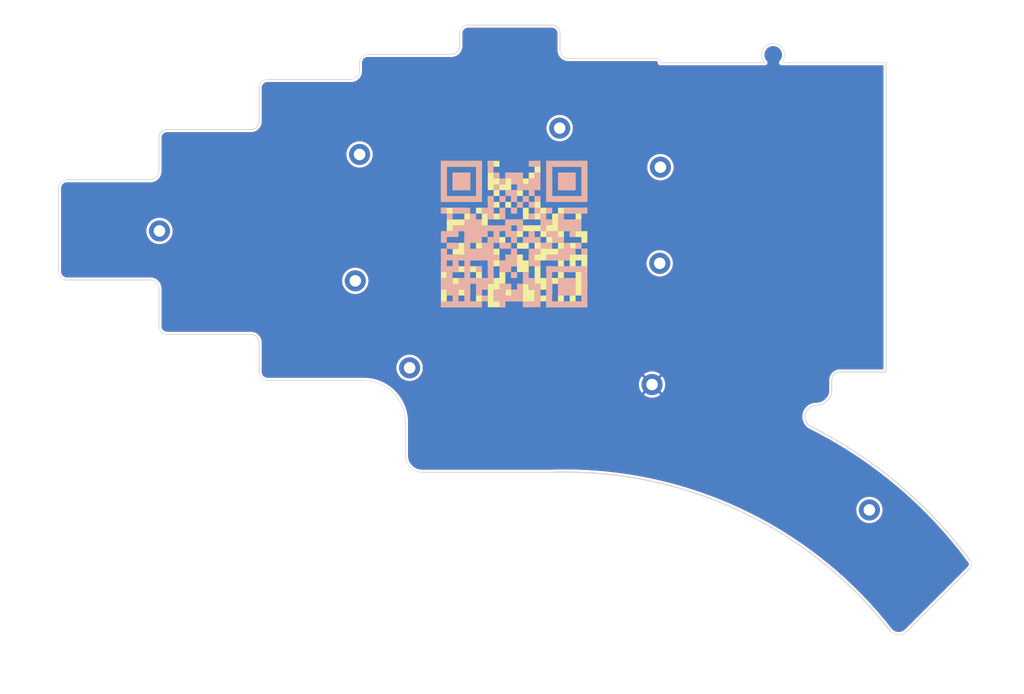
<source format=kicad_pcb>
(kicad_pcb (version 20211014) (generator pcbnew)
  (title_block (title "blaster") (rev "v1.0.0") (company "Unknown"))
  (layers (0 "F.Cu" signal) (31 "B.Cu" signal) (34 "B.Paste" user) (35 "F.Paste" user) (36 "B.SilkS" user "B.Silkscreen") (37 "F.SilkS" user "F.Silkscreen") (38 "B.Mask" user) (39 "F.Mask" user) (44 "Edge.Cuts" user))
  (net 0 "")
  (net 1 "GND")
  (footprint "" (layer "F.Cu") (at 207.09375 109.2625)
    (fp_text reference "" (at 0 0) (layer "F.SilkS") (effects (font (size 1.27 1.27))))
    (fp_text value "" (at 0 0) (layer "F.SilkS") (effects (font (size 1.27 1.27))))
    (pad " " thru_hole circle (at 0 0) (size 4 4) (drill 2.2) (layers *.Cu *.Mask))
  )
  (footprint "blaster_bottom:qr" (layer "F.Cu") (at 198.4375 129.38125)
    (fp_text reference " " (at 0.79375 18.25625) (layer "B.SilkS") (effects (font (size 1.524 1.524) (thickness 0.3)) (justify mirror)))
    (fp_text value "LOGO" hide)
    (fp_poly (pts (xy -8.339862 -0.555991) (xy -10.563825 -0.555991) (xy -10.563825 0.55599) (xy -11.675807 0.55599) (xy -11.675807 -0.555991) (xy -12.787788 -0.555991) (xy -12.787788 -2.779954) (xy -9.451844 -2.779954) (xy -9.451844 -3.891936) (xy -8.339862 -3.891936)) (layer "F.SilkS") (width 0) (fill solid))
    (fp_poly (pts (xy -5.003917 -0.555991) (xy -6.115899 -0.555991) (xy -6.115899 -1.667973) (xy -7.227881 -1.667973) (xy -7.227881 -2.779954) (xy -6.115899 -2.779954) (xy -6.115899 -3.891936) (xy -5.003917 -3.891936)) (layer "F.SilkS") (width 0) (fill solid))
    (fp_poly (pts (xy -2.779954 6.115898) (xy -5.003917 6.115898) (xy -5.003917 5.003917) (xy -3.891936 5.003917) (xy -3.891936 3.891935) (xy -5.003917 3.891935) (xy -5.003917 2.779954) (xy -2.779954 2.779954)) (layer "F.SilkS") (width 0) (fill solid))
    (fp_poly (pts (xy 13.899769 -3.891936) (xy 12.787788 -3.891936) (xy 12.787788 -5.003917) (xy 13.899769 -5.003917)) (layer "F.SilkS") (width 0) (fill solid))
    (fp_poly (pts (xy -6.115899 -3.891936) (xy -7.227881 -3.891936) (xy -7.227881 -5.003917) (xy -6.115899 -5.003917)) (layer "F.SilkS") (width 0) (fill solid))
    (fp_poly (pts (xy 3.891935 -8.339862) (xy 2.779954 -8.339862) (xy 2.779954 -9.451844) (xy 3.891935 -9.451844)) (layer "F.SilkS") (width 0) (fill solid))
    (fp_poly (pts (xy 13.899769 -6.115899) (xy 6.115898 -6.115899) (xy 6.115898 -7.227881) (xy 7.22788 -7.227881) (xy 12.787788 -7.227881) (xy 12.787788 -12.787788) (xy 7.22788 -12.787788) (xy 7.22788 -7.227881) (xy 6.115898 -7.227881) (xy 6.115898 -13.89977) (xy 13.899769 -13.89977)) (layer "F.SilkS") (width 0) (fill solid))
    (fp_poly (pts (xy 11.675806 -8.339862) (xy 8.339861 -8.339862) (xy 8.339861 -11.675807) (xy 11.675806 -11.675807)) (layer "F.SilkS") (width 0) (fill solid))
    (fp_poly (pts (xy 5.003917 -5.003917) (xy 6.115898 -5.003917) (xy 6.115898 -3.891936) (xy 5.003917 -3.891936) (xy 5.003917 -2.779954) (xy 3.891935 -2.779954) (xy 3.891935 -7.227881) (xy 5.003917 -7.227881)) (layer "F.SilkS") (width 0) (fill solid))
    (fp_poly (pts (xy 3.891935 -10.563825) (xy 2.779954 -10.563825) (xy 2.779954 -11.675807) (xy 3.891935 -11.675807)) (layer "F.SilkS") (width 0) (fill solid))
    (fp_poly (pts (xy -6.115899 0.55599) (xy -7.227881 0.55599) (xy -7.227881 1.667972) (xy -9.451844 1.667972) (xy -9.451844 0.55599) (xy -8.339862 0.55599) (xy -8.339862 -0.555991) (xy -6.115899 -0.555991)) (layer "F.SilkS") (width 0) (fill solid))
    (fp_poly (pts (xy -9.451844 -3.891936) (xy -13.89977 -3.891936) (xy -13.89977 -5.003917) (xy -9.451844 -5.003917)) (layer "F.SilkS") (width 0) (fill solid))
    (fp_poly (pts (xy 0.55599 -3.891936) (xy -0.555991 -3.891936) (xy -0.555991 -5.003917) (xy 0.55599 -5.003917)) (layer "F.SilkS") (width 0) (fill solid))
    (fp_poly (pts (xy -8.339862 -8.339862) (xy -11.675807 -8.339862) (xy -11.675807 -11.675807) (xy -8.339862 -11.675807)) (layer "F.SilkS") (width 0) (fill solid))
    (fp_poly (pts (xy 1.667972 -8.339862) (xy 1.667972 -7.227881) (xy 0.55599 -7.227881) (xy 0.55599 -6.115899) (xy -0.555991 -6.115899) (xy -0.555991 -5.003917) (xy -1.667973 -5.003917) (xy -1.667973 -6.115899) (xy -2.779954 -6.115899) (xy -2.779954 -5.003917) (xy -3.891936 -5.003917) (xy -3.891936 -6.115899) (xy -2.779954 -6.115899) (xy -2.779954 -7.227881) (xy -1.667973 -7.227881) (xy -1.667973 -6.115899) (xy -0.555991 -6.115899) (xy -0.555991 -8.339862) (xy -2.779954 -8.339862) (xy -2.779954 -7.227881) (xy -3.891936 -7.227881) (xy -3.891936 -6.115899) (xy -5.003917 -6.115899) (xy -5.003917 -7.227881) (xy -3.891936 -7.227881) (xy -3.891936 -8.339862) (xy -5.003917 -8.339862) (xy -5.003917 -11.675807) (xy -3.891936 -11.675807) (xy -3.891936 -10.563825) (xy -2.779954 -10.563825) (xy -2.779954 -9.451844) (xy -1.667973 -9.451844) (xy -1.667973 -11.675807) (xy 1.667972 -11.675807) (xy 1.667972 -10.563825) (xy 0.55599 -10.563825) (xy 0.55599 -9.451844) (xy -0.555991 -9.451844) (xy -0.555991 -8.339862)) (layer "F.SilkS") (width 0) (fill solid))
    (fp_poly (pts (xy -3.891936 -3.891936) (xy -5.003917 -3.891936) (xy -5.003917 -5.003917) (xy -3.891936 -5.003917)) (layer "F.SilkS") (width 0) (fill solid))
    (fp_poly (pts (xy 11.675806 -3.891936) (xy 8.339861 -3.891936) (xy 8.339861 -5.003917) (xy 11.675806 -5.003917)) (layer "F.SilkS") (width 0) (fill solid))
    (fp_poly (pts (xy -2.779954 -12.787788) (xy -5.003917 -12.787788) (xy -5.003917 -13.89977) (xy -2.779954 -13.89977)) (layer "F.SilkS") (width 0) (fill solid))
    (fp_poly (pts (xy -9.451844 2.779954) (xy -8.339862 2.779954) (xy -8.339862 3.891935) (xy -6.115899 3.891935) (xy -6.115899 5.003917) (xy -10.563825 5.003917) (xy -10.563825 3.891935) (xy -11.675807 3.891935) (xy -11.675807 2.779954) (xy -10.563825 2.779954) (xy -10.563825 1.667972) (xy -9.451844 1.667972)) (layer "F.SilkS") (width 0) (fill solid))
    (fp_poly (pts (xy 0.55599 8.339861) (xy -0.555991 8.339861) (xy -0.555991 7.22788) (xy 0.55599 7.22788)) (layer "F.SilkS") (width 0) (fill solid))
    (fp_poly (pts (xy 8.339861 -2.779954) (xy 9.451843 -2.779954) (xy 9.451843 -1.667973) (xy 11.675806 -1.667973) (xy 11.675806 -0.555991) (xy 13.899769 -0.555991) (xy 13.899769 1.667972) (xy 12.787788 1.667972) (xy 12.787788 2.779954) (xy 13.899769 2.779954) (xy 13.899769 7.22788) (xy 12.787788 7.22788) (xy 12.787788 8.339861) (xy 13.899769 8.339861) (xy 13.899769 10.563825) (xy 12.787788 10.563825) (xy 12.787788 11.675806) (xy 11.675806 11.675806) (xy 11.675806 12.787788) (xy 13.899769 12.787788) (xy 13.899769 13.899769) (xy 6.115898 13.899769) (xy 6.115898 12.787788) (xy 8.339861 12.787788) (xy 9.451843 12.787788) (xy 10.563825 12.787788) (xy 10.563825 10.563825) (xy 9.451843 10.563825) (xy 9.451843 12.787788) (xy 8.339861 12.787788) (xy 8.339861 9.451843) (xy 7.22788 9.451843) (xy 7.22788 11.675806) (xy 6.115898 11.675806) (xy 6.115898 12.787788) (xy 5.003917 12.787788) (xy 5.003917 11.675806) (xy 6.115898 11.675806) (xy 6.115898 10.563825) (xy 5.003917 10.563825) (xy 5.003917 9.451843) (xy 3.891935 9.451843) (xy 3.891935 8.339861) (xy 5.003917 8.339861) (xy 8.339861 8.339861) (xy 9.451843 8.339861) (xy 10.563825 8.339861) (xy 10.563825 9.451843) (xy 11.675806 9.451843) (xy 11.675806 7.22788) (xy 10.563825 7.22788) (xy 10.563825 6.115898) (xy 11.675806 6.115898) (xy 12.787788 6.115898) (xy 12.787788 5.003917) (xy 11.675806 5.003917) (xy 11.675806 6.115898) (xy 10.563825 6.115898) (xy 10.563825 5.003917) (xy 9.451843 5.003917) (xy 9.451843 8.339861) (xy 8.339861 8.339861) (xy 8.339861 5.003917) (xy 5.003917 5.003917) (xy 5.003917 8.339861) (xy 3.891935 8.339861) (xy 3.891935 5.003917) (xy 2.779954 5.003917) (xy 2.779954 7.22788) (xy 0.55599 7.22788) (xy 0.55599 6.115898) (xy -0.555991 6.115898) (xy -0.555991 3.891935) (xy 0.55599 3.891935) (xy 1.667972 3.891935) (xy 1.667972 5.003917) (xy 2.779954 5.003917) (xy 2.779954 3.891935) (xy 3.891935 3.891935) (xy 9.451843 3.891935) (xy 12.787788 3.891935) (xy 12.787788 2.779954) (xy 10.563825 2.779954) (xy 10.563825 1.667972) (xy 12.787788 1.667972) (xy 12.787788 0.55599) (xy 10.563825 0.55599) (xy 10.563825 -0.555991) (xy 9.451843 -0.555991) (xy 9.451843 3.891935) (xy 3.891935 3.891935) (xy 3.891935 2.779954) (xy 6.115898 2.779954) (xy 8.339861 2.779954) (xy 8.339861 1.667972) (xy 6.115898 1.667972) (xy 6.115898 2.779954) (xy 3.891935 2.779954) (xy 3.891935 1.667972) (xy 5.003917 1.667972) (xy 6.115898 1.667972) (xy 6.115898 0.55599) (xy 5.003917 0.55599) (xy 5.003917 1.667972) (xy 3.891935 1.667972) (xy 2.779954 1.667972) (xy 2.779954 2.779954) (xy 0.55599 2.779954) (xy 0.55599 3.891935) (xy -0.555991 3.891935) (xy -0.555991 2.779954) (xy 0.55599 2.779954) (xy 0.55599 1.667972) (xy 2.779954 1.667972) (xy 2.779954 0.55599) (xy 3.891935 0.55599) (xy 5.003917 0.55599) (xy 5.003917 -0.555991) (xy 3.891935 -0.555991) (xy 3.891935 0.55599) (xy 2.779954 0.55599) (xy 2.779954 -0.555991) (xy 1.667972 -0.555991) (xy 1.667972 0.55599) (xy 0.55599 0.55599) (xy 0.55599 1.667972) (xy -0.555991 1.667972) (xy -0.555991 -0.555991) (xy 0.55599 -0.555991) (xy 0.55599 -1.667973) (xy -0.555991 -1.667973) (xy -0.555991 -0.555991) (xy -1.667973 -0.555991) (xy -1.667973 -2.779954) (xy 1.667972 -2.779954) (xy 1.667972 -1.667973) (xy 6.115898 -1.667973) (xy 6.115898 -2.779954) (xy 7.22788 -2.779954) (xy 7.22788 -3.891936) (xy 8.339861 -3.891936)) (layer "F.SilkS") (width 0) (fill solid))
    (fp_poly (pts (xy -12.787788 3.891935) (xy -13.89977 3.891935) (xy -13.89977 2.779954) (xy -12.787788 2.779954)) (layer "F.SilkS") (width 0) (fill solid))
    (fp_poly (pts (xy -6.115899 -6.115899) (xy -13.89977 -6.115899) (xy -13.89977 -7.227881) (xy -12.787788 -7.227881) (xy -7.227881 -7.227881) (xy -7.227881 -12.787788) (xy -12.787788 -12.787788) (xy -12.787788 -7.227881) (xy -13.89977 -7.227881) (xy -13.89977 -13.89977) (xy -6.115899 -13.89977)) (layer "F.SilkS") (width 0) (fill solid))
    (fp_poly (pts (xy -2.779954 -2.779954) (xy -3.891936 -2.779954) (xy -3.891936 -3.891936) (xy -2.779954 -3.891936)) (layer "F.SilkS") (width 0) (fill solid))
    (fp_poly (pts (xy 5.003917 -11.675807) (xy 3.891935 -11.675807) (xy 3.891935 -13.89977) (xy 5.003917 -13.89977)) (layer "F.SilkS") (width 0) (fill solid))
    (fp_poly (pts (xy 2.779954 -2.779954) (xy 1.667972 -2.779954) (xy 1.667972 -5.003917) (xy 2.779954 -5.003917)) (layer "F.SilkS") (width 0) (fill solid))
    (fp_poly (pts (xy 7.22788 7.22788) (xy 6.115898 7.22788) (xy 6.115898 6.115898) (xy 7.22788 6.115898)) (layer "F.SilkS") (width 0) (fill solid))
    (fp_poly (pts (xy -2.779954 0.55599) (xy -1.667973 0.55599) (xy -1.667973 1.667972) (xy -5.003917 1.667972) (xy -5.003917 0.55599) (xy -3.891936 0.55599) (xy -3.891936 -0.555991) (xy -2.779954 -0.555991)) (layer "F.SilkS") (width 0) (fill solid))
    (fp_poly (pts (xy -5.003917 2.779954) (xy -7.227881 2.779954) (xy -7.227881 1.667972) (xy -5.003917 1.667972)) (layer "F.SilkS") (width 0) (fill solid))
    (fp_poly (pts (xy 12.787788 -2.779954) (xy 11.675806 -2.779954) (xy 11.675806 -3.891936) (xy 12.787788 -3.891936)) (layer "F.SilkS") (width 0) (fill solid))
    (fp_poly (pts (xy -6.115899 13.899769) (xy -13.89977 13.899769) (xy -13.89977 12.787788) (xy -12.787788 12.787788) (xy -7.227881 12.787788) (xy -7.227881 7.22788) (xy -12.787788 7.22788) (xy -12.787788 12.787788) (xy -13.89977 12.787788) (xy -13.89977 6.115898) (xy -6.115899 6.115898)) (layer "F.SilkS") (width 0) (fill solid))
    (fp_poly (pts (xy -0.555991 9.451843) (xy -0.555991 10.563825) (xy 0.55599 10.563825) (xy 0.55599 9.451843) (xy 2.779954 9.451843) (xy 2.779954 10.563825) (xy 3.891935 10.563825) (xy 3.891935 12.787788) (xy 2.779954 12.787788) (xy 2.779954 13.899769) (xy 1.667972 13.899769) (xy 1.667972 12.787788) (xy -1.667973 12.787788) (xy -1.667973 13.899769) (xy -5.003917 13.899769) (xy -5.003917 12.787788) (xy -3.891936 12.787788) (xy -1.667973 12.787788) (xy -1.667973 11.675806) (xy 0.55599 11.675806) (xy 1.667972 11.675806) (xy 1.667972 10.563825) (xy 0.55599 10.563825) (xy 0.55599 11.675806) (xy -1.667973 11.675806) (xy -1.667973 9.451843) (xy -2.779954 9.451843) (xy -2.779954 10.563825) (xy -3.891936 10.563825) (xy -3.891936 12.787788) (xy -5.003917 12.787788) (xy -5.003917 9.451843) (xy -3.891936 9.451843) (xy -3.891936 8.339861) (xy -2.779954 8.339861) (xy -2.779954 7.22788) (xy -1.667973 7.22788) (xy -1.667973 9.451843)) (layer "F.SilkS") (width 0) (fill solid))
    (fp_poly (pts (xy -11.675807 2.779954) (xy -12.787788 2.779954) (xy -12.787788 1.667972) (xy -11.675807 1.667972)) (layer "F.SilkS") (width 0) (fill solid))
    (fp_poly (pts (xy -8.339862 11.675806) (xy -11.675807 11.675806) (xy -11.675807 8.339861) (xy -8.339862 8.339861)) (layer "F.SilkS") (width 0) (fill solid))
    (fp_poly (pts (xy 2.779954 -6.115899) (xy 1.667972 -6.115899) (xy 1.667972 -7.227881) (xy 2.779954 -7.227881)) (layer "F.SilkS") (width 0) (fill solid))
    (fp_poly (pts (xy 2.779954 -9.451844) (xy 1.667972 -9.451844) (xy 1.667972 -10.563825) (xy 2.779954 -10.563825)) (layer "F.SilkS") (width 0) (fill solid))
  )
  (footprint "" (layer "F.Cu") (at 169.09375 114.2625)
    (fp_text reference "" (at 0 0) (layer "F.SilkS") (effects (font (size 1.27 1.27))))
    (fp_text value "" (at 0 0) (layer "F.SilkS") (effects (font (size 1.27 1.27))))
    (pad " " thru_hole circle (at 0 0) (size 4 4) (drill 2.2) (layers *.Cu *.Mask))
  )
  (footprint "" (layer "F.Cu") (at 265.90625 181.76875)
    (fp_text reference "" (at 0 0) (layer "F.SilkS") (effects (font (size 1.27 1.27))))
    (fp_text value "" (at 0 0) (layer "F.SilkS") (effects (font (size 1.27 1.27))))
    (pad " " thru_hole circle (at 0 0) (size 4 4) (drill 2.2) (layers *.Cu *.Mask))
  )
  (footprint "" (layer "F.Cu") (at 131.09375 128.7875)
    (fp_text reference "" (at 0 0) (layer "F.SilkS") (effects (font (size 1.27 1.27))))
    (fp_text value "" (at 0 0) (layer "F.SilkS") (effects (font (size 1.27 1.27))))
    (pad " " thru_hole circle (at 0 0) (size 4 4) (drill 2.2) (layers *.Cu *.Mask))
  )
  (footprint "" (layer "F.Cu") (at 226.21875 116.68125)
    (fp_text reference "" (at 0 0) (layer "F.SilkS") (effects (font (size 1.27 1.27))))
    (fp_text value "" (at 0 0) (layer "F.SilkS") (effects (font (size 1.27 1.27))))
    (pad " " thru_hole circle (at 0 0) (size 4 4) (drill 2.2) (layers *.Cu *.Mask))
  )
  (footprint "" (layer "F.Cu") (at 178.59375 154.78125)
    (fp_text reference "" (at 0 0) (layer "F.SilkS") (effects (font (size 1.27 1.27))))
    (fp_text value "" (at 0 0) (layer "F.SilkS") (effects (font (size 1.27 1.27))))
    (pad " " thru_hole circle (at 0 0) (size 4 4) (drill 2.2) (layers *.Cu *.Mask))
  )
  (footprint "" (layer "F.Cu") (at 224.63125 157.95625)
    (fp_text reference "" (at 0 0) (layer "F.SilkS") (effects (font (size 1.27 1.27))))
    (fp_text value "" (at 0 0) (layer "F.SilkS") (effects (font (size 1.27 1.27))))
    (pad " " thru_hole circle (at 0 0) (size 4 4) (drill 2.2) (layers *.Cu *.Mask) (net 1 "GND"))
  )
  (footprint "" (layer "F.Cu") (at 168.275 138.2625)
    (fp_text reference "" (at 0 0) (layer "F.SilkS") (effects (font (size 1.27 1.27))))
    (fp_text value "" (at 0 0) (layer "F.SilkS") (effects (font (size 1.27 1.27))))
    (pad " " thru_hole circle (at 0 0) (size 4 4) (drill 2.2) (layers *.Cu *.Mask))
  )
  (footprint "" (layer "F.Cu") (at 226.09375 134.9375)
    (fp_text reference "" (at 0 0) (layer "F.SilkS") (effects (font (size 1.27 1.27))))
    (fp_text value "" (at 0 0) (layer "F.SilkS") (effects (font (size 1.27 1.27))))
    (pad " " thru_hole circle (at 0 0) (size 4 4) (drill 2.2) (layers *.Cu *.Mask))
  )
  (footprint "blaster_bottom:qr" (layer "B.Cu") (at 198.4375 129.38125 180)
    (fp_text reference " " (at 0.79375 -18.25625) (layer "F.SilkS") (effects (font (size 1.524 1.524) (thickness 0.3))))
    (fp_text value "LOGO" hide)
    (fp_poly (pts (xy -3.891936 3.891936) (xy -5.003917 3.891936) (xy -5.003917 5.003917) (xy -3.891936 5.003917)) (layer "B.SilkS") (width 0) (fill solid))
    (fp_poly (pts (xy -6.115899 -13.899769) (xy -13.89977 -13.899769) (xy -13.89977 -12.787788) (xy -12.787788 -12.787788) (xy -7.227881 -12.787788) (xy -7.227881 -7.22788) (xy -12.787788 -7.22788) (xy -12.787788 -12.787788) (xy -13.89977 -12.787788) (xy -13.89977 -6.115898) (xy -6.115899 -6.115898)) (layer "B.SilkS") (width 0) (fill solid))
    (fp_poly (pts (xy 0.55599 -8.339861) (xy -0.555991 -8.339861) (xy -0.555991 -7.22788) (xy 0.55599 -7.22788)) (layer "B.SilkS") (width 0) (fill solid))
    (fp_poly (pts (xy -8.339862 8.339862) (xy -11.675807 8.339862) (xy -11.675807 11.675807) (xy -8.339862 11.675807)) (layer "B.SilkS") (width 0) (fill solid))
    (fp_poly (pts (xy -8.339862 0.555991) (xy -10.563825 0.555991) (xy -10.563825 -0.55599) (xy -11.675807 -0.55599) (xy -11.675807 0.555991) (xy -12.787788 0.555991) (xy -12.787788 2.779954) (xy -9.451844 2.779954) (xy -9.451844 3.891936) (xy -8.339862 3.891936)) (layer "B.SilkS") (width 0) (fill solid))
    (fp_poly (pts (xy 2.779954 6.115899) (xy 1.667972 6.115899) (xy 1.667972 7.227881) (xy 2.779954 7.227881)) (layer "B.SilkS") (width 0) (fill solid))
    (fp_poly (pts (xy -5.003917 0.555991) (xy -6.115899 0.555991) (xy -6.115899 1.667973) (xy -7.227881 1.667973) (xy -7.227881 2.779954) (xy -6.115899 2.779954) (xy -6.115899 3.891936) (xy -5.003917 3.891936)) (layer "B.SilkS") (width 0) (fill solid))
    (fp_poly (pts (xy -8.339862 -11.675806) (xy -11.675807 -11.675806) (xy -11.675807 -8.339861) (xy -8.339862 -8.339861)) (layer "B.SilkS") (width 0) (fill solid))
    (fp_poly (pts (xy 8.339861 2.779954) (xy 9.451843 2.779954) (xy 9.451843 1.667973) (xy 11.675806 1.667973) (xy 11.675806 0.555991) (xy 13.899769 0.555991) (xy 13.899769 -1.667972) (xy 12.787788 -1.667972) (xy 12.787788 -2.779954) (xy 13.899769 -2.779954) (xy 13.899769 -7.22788) (xy 12.787788 -7.22788) (xy 12.787788 -8.339861) (xy 13.899769 -8.339861) (xy 13.899769 -10.563825) (xy 12.787788 -10.563825) (xy 12.787788 -11.675806) (xy 11.675806 -11.675806) (xy 11.675806 -12.787788) (xy 13.899769 -12.787788) (xy 13.899769 -13.899769) (xy 6.115898 -13.899769) (xy 6.115898 -12.787788) (xy 8.339861 -12.787788) (xy 9.451843 -12.787788) (xy 10.563825 -12.787788) (xy 10.563825 -10.563825) (xy 9.451843 -10.563825) (xy 9.451843 -12.787788) (xy 8.339861 -12.787788) (xy 8.339861 -9.451843) (xy 7.22788 -9.451843) (xy 7.22788 -11.675806) (xy 6.115898 -11.675806) (xy 6.115898 -12.787788) (xy 5.003917 -12.787788) (xy 5.003917 -11.675806) (xy 6.115898 -11.675806) (xy 6.115898 -10.563825) (xy 5.003917 -10.563825) (xy 5.003917 -9.451843) (xy 3.891935 -9.451843) (xy 3.891935 -8.339861) (xy 5.003917 -8.339861) (xy 8.339861 -8.339861) (xy 9.451843 -8.339861) (xy 10.563825 -8.339861) (xy 10.563825 -9.451843) (xy 11.675806 -9.451843) (xy 11.675806 -7.22788) (xy 10.563825 -7.22788) (xy 10.563825 -6.115898) (xy 11.675806 -6.115898) (xy 12.787788 -6.115898) (xy 12.787788 -5.003917) (xy 11.675806 -5.003917) (xy 11.675806 -6.115898) (xy 10.563825 -6.115898) (xy 10.563825 -5.003917) (xy 9.451843 -5.003917) (xy 9.451843 -8.339861) (xy 8.339861 -8.339861) (xy 8.339861 -5.003917) (xy 5.003917 -5.003917) (xy 5.003917 -8.339861) (xy 3.891935 -8.339861) (xy 3.891935 -5.003917) (xy 2.779954 -5.003917) (xy 2.779954 -7.22788) (xy 0.55599 -7.22788) (xy 0.55599 -6.115898) (xy -0.555991 -6.115898) (xy -0.555991 -3.891935) (xy 0.55599 -3.891935) (xy 1.667972 -3.891935) (xy 1.667972 -5.003917) (xy 2.779954 -5.003917) (xy 2.779954 -3.891935) (xy 3.891935 -3.891935) (xy 9.451843 -3.891935) (xy 12.787788 -3.891935) (xy 12.787788 -2.779954) (xy 10.563825 -2.779954) (xy 10.563825 -1.667972) (xy 12.787788 -1.667972) (xy 12.787788 -0.55599) (xy 10.563825 -0.55599) (xy 10.563825 0.555991) (xy 9.451843 0.555991) (xy 9.451843 -3.891935) (xy 3.891935 -3.891935) (xy 3.891935 -2.779954) (xy 6.115898 -2.779954) (xy 8.339861 -2.779954) (xy 8.339861 -1.667972) (xy 6.115898 -1.667972) (xy 6.115898 -2.779954) (xy 3.891935 -2.779954) (xy 3.891935 -1.667972) (xy 5.003917 -1.667972) (xy 6.115898 -1.667972) (xy 6.115898 -0.55599) (xy 5.003917 -0.55599) (xy 5.003917 -1.667972) (xy 3.891935 -1.667972) (xy 2.779954 -1.667972) (xy 2.779954 -2.779954) (xy 0.55599 -2.779954) (xy 0.55599 -3.891935) (xy -0.555991 -3.891935) (xy -0.555991 -2.779954) (xy 0.55599 -2.779954) (xy 0.55599 -1.667972) (xy 2.779954 -1.667972) (xy 2.779954 -0.55599) (xy 3.891935 -0.55599) (xy 5.003917 -0.55599) (xy 5.003917 0.555991) (xy 3.891935 0.555991) (xy 3.891935 -0.55599) (xy 2.779954 -0.55599) (xy 2.779954 0.555991) (xy 1.667972 0.555991) (xy 1.667972 -0.55599) (xy 0.55599 -0.55599) (xy 0.55599 -1.667972) (xy -0.555991 -1.667972) (xy -0.555991 0.555991) (xy 0.55599 0.555991) (xy 0.55599 1.667973) (xy -0.555991 1.667973) (xy -0.555991 0.555991) (xy -1.667973 0.555991) (xy -1.667973 2.779954) (xy 1.667972 2.779954) (xy 1.667972 1.667973) (xy 6.115898 1.667973) (xy 6.115898 2.779954) (xy 7.22788 2.779954) (xy 7.22788 3.891936) (xy 8.339861 3.891936)) (layer "B.SilkS") (width 0) (fill solid))
    (fp_poly (pts (xy -2.779954 12.787788) (xy -5.003917 12.787788) (xy -5.003917 13.89977) (xy -2.779954 13.89977)) (layer "B.SilkS") (width 0) (fill solid))
    (fp_poly (pts (xy 13.899769 6.115899) (xy 6.115898 6.115899) (xy 6.115898 7.227881) (xy 7.22788 7.227881) (xy 12.787788 7.227881) (xy 12.787788 12.787788) (xy 7.22788 12.787788) (xy 7.22788 7.227881) (xy 6.115898 7.227881) (xy 6.115898 13.89977) (xy 13.899769 13.89977)) (layer "B.SilkS") (width 0) (fill solid))
    (fp_poly (pts (xy 3.891935 8.339862) (xy 2.779954 8.339862) (xy 2.779954 9.451844) (xy 3.891935 9.451844)) (layer "B.SilkS") (width 0) (fill solid))
    (fp_poly (pts (xy 3.891935 10.563825) (xy 2.779954 10.563825) (xy 2.779954 11.675807) (xy 3.891935 11.675807)) (layer "B.SilkS") (width 0) (fill solid))
    (fp_poly (pts (xy 11.675806 8.339862) (xy 8.339861 8.339862) (xy 8.339861 11.675807) (xy 11.675806 11.675807)) (layer "B.SilkS") (width 0) (fill solid))
    (fp_poly (pts (xy 7.22788 -7.22788) (xy 6.115898 -7.22788) (xy 6.115898 -6.115898) (xy 7.22788 -6.115898)) (layer "B.SilkS") (width 0) (fill solid))
    (fp_poly (pts (xy 5.003917 11.675807) (xy 3.891935 11.675807) (xy 3.891935 13.89977) (xy 5.003917 13.89977)) (layer "B.SilkS") (width 0) (fill solid))
    (fp_poly (pts (xy 0.55599 3.891936) (xy -0.555991 3.891936) (xy -0.555991 5.003917) (xy 0.55599 5.003917)) (layer "B.SilkS") (width 0) (fill solid))
    (fp_poly (pts (xy -9.451844 -2.779954) (xy -8.339862 -2.779954) (xy -8.339862 -3.891935) (xy -6.115899 -3.891935) (xy -6.115899 -5.003917) (xy -10.563825 -5.003917) (xy -10.563825 -3.891935) (xy -11.675807 -3.891935) (xy -11.675807 -2.779954) (xy -10.563825 -2.779954) (xy -10.563825 -1.667972) (xy -9.451844 -1.667972)) (layer "B.SilkS") (width 0) (fill solid))
    (fp_poly (pts (xy -5.003917 -2.779954) (xy -7.227881 -2.779954) (xy -7.227881 -1.667972) (xy -5.003917 -1.667972)) (layer "B.SilkS") (width 0) (fill solid))
    (fp_poly (pts (xy 5.003917 5.003917) (xy 6.115898 5.003917) (xy 6.115898 3.891936) (xy 5.003917 3.891936) (xy 5.003917 2.779954) (xy 3.891935 2.779954) (xy 3.891935 7.227881) (xy 5.003917 7.227881)) (layer "B.SilkS") (width 0) (fill solid))
    (fp_poly (pts (xy 2.779954 9.451844) (xy 1.667972 9.451844) (xy 1.667972 10.563825) (xy 2.779954 10.563825)) (layer "B.SilkS") (width 0) (fill solid))
    (fp_poly (pts (xy -6.115899 -0.55599) (xy -7.227881 -0.55599) (xy -7.227881 -1.667972) (xy -9.451844 -1.667972) (xy -9.451844 -0.55599) (xy -8.339862 -0.55599) (xy -8.339862 0.555991) (xy -6.115899 0.555991)) (layer "B.SilkS") (width 0) (fill solid))
    (fp_poly (pts (xy 2.779954 2.779954) (xy 1.667972 2.779954) (xy 1.667972 5.003917) (xy 2.779954 5.003917)) (layer "B.SilkS") (width 0) (fill solid))
    (fp_poly (pts (xy 1.667972 8.339862) (xy 1.667972 7.227881) (xy 0.55599 7.227881) (xy 0.55599 6.115899) (xy -0.555991 6.115899) (xy -0.555991 5.003917) (xy -1.667973 5.003917) (xy -1.667973 6.115899) (xy -2.779954 6.115899) (xy -2.779954 5.003917) (xy -3.891936 5.003917) (xy -3.891936 6.115899) (xy -2.779954 6.115899) (xy -2.779954 7.227881) (xy -1.667973 7.227881) (xy -1.667973 6.115899) (xy -0.555991 6.115899) (xy -0.555991 8.339862) (xy -2.779954 8.339862) (xy -2.779954 7.227881) (xy -3.891936 7.227881) (xy -3.891936 6.115899) (xy -5.003917 6.115899) (xy -5.003917 7.227881) (xy -3.891936 7.227881) (xy -3.891936 8.339862) (xy -5.003917 8.339862) (xy -5.003917 11.675807) (xy -3.891936 11.675807) (xy -3.891936 10.563825) (xy -2.779954 10.563825) (xy -2.779954 9.451844) (xy -1.667973 9.451844) (xy -1.667973 11.675807) (xy 1.667972 11.675807) (xy 1.667972 10.563825) (xy 0.55599 10.563825) (xy 0.55599 9.451844) (xy -0.555991 9.451844) (xy -0.555991 8.339862)) (layer "B.SilkS") (width 0) (fill solid))
    (fp_poly (pts (xy -2.779954 2.779954) (xy -3.891936 2.779954) (xy -3.891936 3.891936) (xy -2.779954 3.891936)) (layer "B.SilkS") (width 0) (fill solid))
    (fp_poly (pts (xy -9.451844 3.891936) (xy -13.89977 3.891936) (xy -13.89977 5.003917) (xy -9.451844 5.003917)) (layer "B.SilkS") (width 0) (fill solid))
    (fp_poly (pts (xy -2.779954 -6.115898) (xy -5.003917 -6.115898) (xy -5.003917 -5.003917) (xy -3.891936 -5.003917) (xy -3.891936 -3.891935) (xy -5.003917 -3.891935) (xy -5.003917 -2.779954) (xy -2.779954 -2.779954)) (layer "B.SilkS") (width 0) (fill solid))
    (fp_poly (pts (xy 13.899769 3.891936) (xy 12.787788 3.891936) (xy 12.787788 5.003917) (xy 13.899769 5.003917)) (layer "B.SilkS") (width 0) (fill solid))
    (fp_poly (pts (xy -6.115899 6.115899) (xy -13.89977 6.115899) (xy -13.89977 7.227881) (xy -12.787788 7.227881) (xy -7.227881 7.227881) (xy -7.227881 12.787788) (xy -12.787788 12.787788) (xy -12.787788 7.227881) (xy -13.89977 7.227881) (xy -13.89977 13.89977) (xy -6.115899 13.89977)) (layer "B.SilkS") (width 0) (fill solid))
    (fp_poly (pts (xy -11.675807 -2.779954) (xy -12.787788 -2.779954) (xy -12.787788 -1.667972) (xy -11.675807 -1.667972)) (layer "B.SilkS") (width 0) (fill solid))
    (fp_poly (pts (xy -0.555991 -9.451843) (xy -0.555991 -10.563825) (xy 0.55599 -10.563825) (xy 0.55599 -9.451843) (xy 2.779954 -9.451843) (xy 2.779954 -10.563825) (xy 3.891935 -10.563825) (xy 3.891935 -12.787788) (xy 2.779954 -12.787788) (xy 2.779954 -13.899769) (xy 1.667972 -13.899769) (xy 1.667972 -12.787788) (xy -1.667973 -12.787788) (xy -1.667973 -13.899769) (xy -5.003917 -13.899769) (xy -5.003917 -12.787788) (xy -3.891936 -12.787788) (xy -1.667973 -12.787788) (xy -1.667973 -11.675806) (xy 0.55599 -11.675806) (xy 1.667972 -11.675806) (xy 1.667972 -10.563825) (xy 0.55599 -10.563825) (xy 0.55599 -11.675806) (xy -1.667973 -11.675806) (xy -1.667973 -9.451843) (xy -2.779954 -9.451843) (xy -2.779954 -10.563825) (xy -3.891936 -10.563825) (xy -3.891936 -12.787788) (xy -5.003917 -12.787788) (xy -5.003917 -9.451843) (xy -3.891936 -9.451843) (xy -3.891936 -8.339861) (xy -2.779954 -8.339861) (xy -2.779954 -7.22788) (xy -1.667973 -7.22788) (xy -1.667973 -9.451843)) (layer "B.SilkS") (width 0) (fill solid))
    (fp_poly (pts (xy -12.787788 -3.891935) (xy -13.89977 -3.891935) (xy -13.89977 -2.779954) (xy -12.787788 -2.779954)) (layer "B.SilkS") (width 0) (fill solid))
    (fp_poly (pts (xy -6.115899 3.891936) (xy -7.227881 3.891936) (xy -7.227881 5.003917) (xy -6.115899 5.003917)) (layer "B.SilkS") (width 0) (fill solid))
    (fp_poly (pts (xy 12.787788 2.779954) (xy 11.675806 2.779954) (xy 11.675806 3.891936) (xy 12.787788 3.891936)) (layer "B.SilkS") (width 0) (fill solid))
    (fp_poly (pts (xy -2.779954 -0.55599) (xy -1.667973 -0.55599) (xy -1.667973 -1.667972) (xy -5.003917 -1.667972) (xy -5.003917 -0.55599) (xy -3.891936 -0.55599) (xy -3.891936 0.555991) (xy -2.779954 0.555991)) (layer "B.SilkS") (width 0) (fill solid))
    (fp_poly (pts (xy 11.675806 3.891936) (xy 8.339861 3.891936) (xy 8.339861 5.003917) (xy 11.675806 5.003917)) (layer "B.SilkS") (width 0) (fill solid))
  )
  (gr_arc (start 258.7625 157.1625) (mid 259.227468 156.039968) (end 260.35 155.575) (layer "Edge.Cuts") (width 0.15))
  (gr_line (start 111.91875 136.525) (end 111.91875 120.65) (layer "Edge.Cuts") (width 0.15))
  (gr_arc (start 129.38125 138.1125) (mid 130.503782 138.577468) (end 130.96875 139.7) (layer "Edge.Cuts") (width 0.1))
  (gr_line (start 169.06875 98.425) (end 169.06875 96.8375) (layer "Edge.Cuts") (width 0.15))
  (gr_line (start 113.50625 119.0625) (end 129.38125 119.0625) (layer "Edge.Cuts") (width 0.15))
  (gr_arc (start 188.11875 91.28125) (mid 188.583718 90.158718) (end 189.70625 89.69375) (layer "Edge.Cuts") (width 0.1))
  (gr_arc (start 113.50625 138.1125) (mid 112.383718 137.647532) (end 111.91875 136.525) (layer "Edge.Cuts") (width 0.1))
  (gr_line (start 151.60625 100.0125) (end 167.48125 100.0125) (layer "Edge.Cuts") (width 0.15))
  (gr_arc (start 130.96875 111.125) (mid 131.433718 110.002468) (end 132.55625 109.5375) (layer "Edge.Cuts") (width 0.15))
  (gr_arc (start 284.95625 191.29375) (mid 285.285032 192.0875) (end 284.95625 192.88125) (layer "Edge.Cuts") (width 0.1))
  (gr_arc (start 188.11875 93.6625) (mid 187.653782 94.785032) (end 186.53125 95.25) (layer "Edge.Cuts") (width 0.15))
  (gr_arc (start 132.55625 148.43125) (mid 131.433718 147.966282) (end 130.96875 146.84375) (layer "Edge.Cuts") (width 0.1))
  (gr_arc (start 246.0625 96.8375) (mid 247.65 93.185869) (end 249.2375 96.8375) (layer "Edge.Cuts") (width 0.1))
  (gr_arc (start 225.425 96.04375) (mid 225.986266 96.276234) (end 226.21875 96.8375) (layer "Edge.Cuts") (width 0.1))
  (gr_line (start 208.75625 96.04375) (end 225.425 96.04375) (layer "Edge.Cuts") (width 0.15))
  (gr_arc (start 130.96875 117.475) (mid 130.503782 118.597532) (end 129.38125 119.0625) (layer "Edge.Cuts") (width 0.1))
  (gr_arc (start 258.7625 159.54375) (mid 257.602166 161.30394) (end 255.5875 161.925) (layer "Edge.Cuts") (width 0.15))
  (gr_line (start 226.21875 96.8375) (end 246.0625 96.8375) (layer "Edge.Cuts") (width 0.15))
  (gr_arc (start 169.8625 157.1625) (mid 175.47516 159.48734) (end 177.8 165.1) (layer "Edge.Cuts") (width 0.1))
  (gr_line (start 132.55625 148.43125) (end 148.43125 148.43125) (layer "Edge.Cuts") (width 0.15))
  (gr_arc (start 205.58125 174.625) (mid 241.351569 181.982592) (end 269.875 204.7875) (layer "Edge.Cuts") (width 0.2))
  (gr_arc (start 111.91875 120.65) (mid 112.383718 119.527468) (end 113.50625 119.0625) (layer "Edge.Cuts") (width 0.1))
  (gr_line (start 180.975 174.625) (end 205.58125 174.625) (layer "Edge.Cuts") (width 0.15))
  (gr_arc (start 208.75625 96.04375) (mid 207.633718 95.578782) (end 207.16875 94.45625) (layer "Edge.Cuts") (width 0.1))
  (gr_line (start 130.96875 146.84375) (end 130.96875 139.7) (layer "Edge.Cuts") (width 0.15))
  (gr_arc (start 151.60625 157.1625) (mid 150.483718 156.697532) (end 150.01875 155.575) (layer "Edge.Cuts") (width 0.1))
  (gr_line (start 150.01875 155.575) (end 150.01875 150.01875) (layer "Edge.Cuts") (width 0.15))
  (gr_line (start 189.70625 89.69375) (end 205.58125 89.69375) (layer "Edge.Cuts") (width 0.15))
  (gr_arc (start 254.726888 165.89375) (mid 271.346083 176.803179) (end 284.95625 191.29375) (layer "Edge.Cuts") (width 0.2))
  (gr_line (start 207.16875 94.45625) (end 207.16875 91.28125) (layer "Edge.Cuts") (width 0.15))
  (gr_arc (start 273.05 204.7875) (mid 271.4625 205.445064) (end 269.875 204.7875) (layer "Edge.Cuts") (width 0.1))
  (gr_line (start 170.65625 95.25) (end 186.53125 95.25) (layer "Edge.Cuts") (width 0.15))
  (gr_line (start 258.7625 159.54375) (end 258.7625 157.1625) (layer "Edge.Cuts") (width 0.15))
  (gr_line (start 260.35 155.575) (end 269.08125 155.575) (layer "Edge.Cuts") (width 0.15))
  (gr_arc (start 169.06875 98.425) (mid 168.603782 99.547532) (end 167.48125 100.0125) (layer "Edge.Cuts") (width 0.1))
  (gr_arc (start 148.43125 148.43125) (mid 149.553782 148.896218) (end 150.01875 150.01875) (layer "Edge.Cuts") (width 0.15))
  (gr_line (start 130.96875 117.475) (end 130.96875 111.125) (layer "Edge.Cuts") (width 0.15))
  (gr_line (start 150.01875 107.95) (end 150.01875 101.6) (layer "Edge.Cuts") (width 0.15))
  (gr_arc (start 150.01875 107.95) (mid 149.553782 109.072532) (end 148.43125 109.5375) (layer "Edge.Cuts") (width 0.15))
  (gr_arc (start 169.06875 96.8375) (mid 169.533718 95.714968) (end 170.65625 95.25) (layer "Edge.Cuts") (width 0.1))
  (gr_line (start 269.08125 96.8375) (end 249.2375 96.8375) (layer "Edge.Cuts") (width 0.1))
  (gr_line (start 113.50625 138.1125) (end 129.38125 138.1125) (layer "Edge.Cuts") (width 0.15))
  (gr_line (start 177.8 171.45) (end 177.8 165.1) (layer "Edge.Cuts") (width 0.15))
  (gr_arc (start 205.58125 89.69375) (mid 206.703782 90.158718) (end 207.16875 91.28125) (layer "Edge.Cuts") (width 0.15))
  (gr_line (start 269.08125 155.575) (end 269.08125 96.8375) (layer "Edge.Cuts") (width 0.15))
  (gr_line (start 151.60625 157.1625) (end 169.8625 157.1625) (layer "Edge.Cuts") (width 0.15))
  (gr_line (start 273.05 204.7875) (end 284.95625 192.88125) (layer "Edge.Cuts") (width 0.15))
  (gr_line (start 188.11875 93.6625) (end 188.11875 91.28125) (layer "Edge.Cuts") (width 0.15))
  (gr_arc (start 254.726888 165.89375) (mid 253.715623 163.596775) (end 255.5875 161.925) (layer "Edge.Cuts") (width 0.15))
  (gr_arc (start 150.01875 101.6) (mid 150.483718 100.477468) (end 151.60625 100.0125) (layer "Edge.Cuts") (width 0.1))
  (gr_line (start 132.55625 109.5375) (end 148.43125 109.5375) (layer "Edge.Cuts") (width 0.15))
  (gr_arc (start 180.975 174.625) (mid 178.729936 173.695064) (end 177.8 171.45) (layer "Edge.Cuts") (width 0.1))
  (zone (net 1) (net_name "GND") (layers F&B.Cu) (connect_pads (clearance 0.508)) (min_thickness 0.254) (fill yes (thermal_gap 0.508) (thermal_bridge_width 0.508))
    (polygon (pts (xy 290.5125 85.725) (xy 295.275 216.69375) (xy 105.56875 211.93125) (xy 100.80625 84.93125)))
  )
)
</source>
